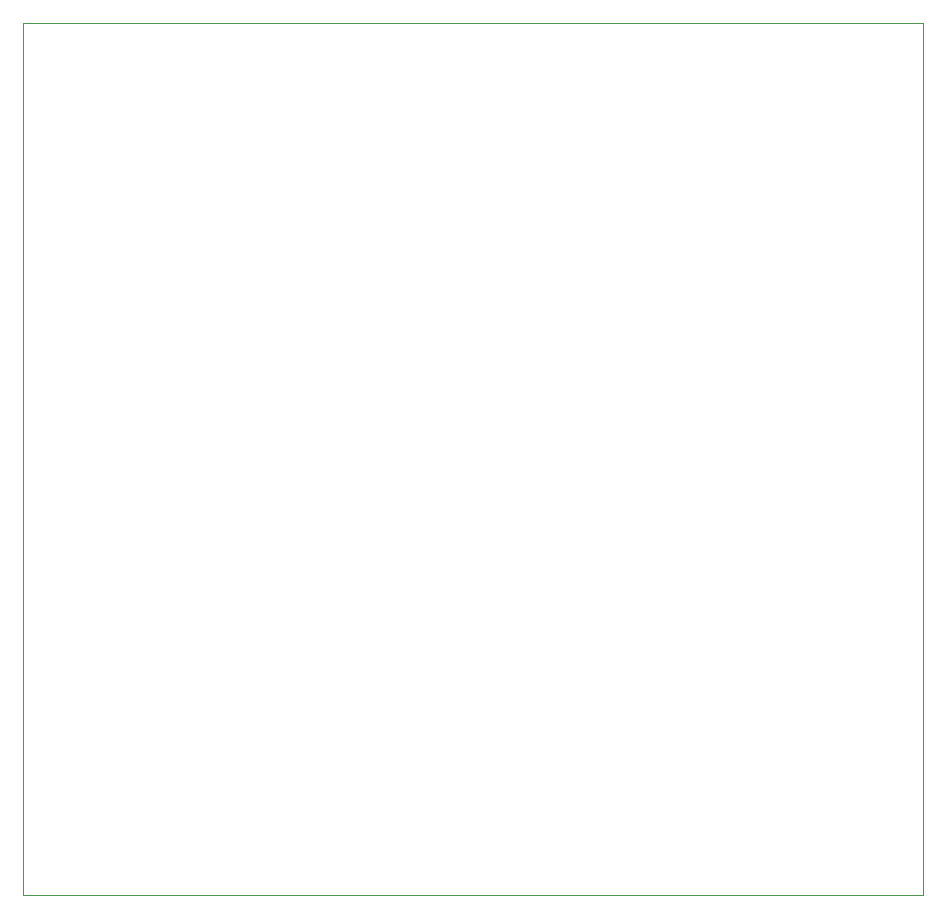
<source format=gbr>
%TF.GenerationSoftware,KiCad,Pcbnew,7.0.7*%
%TF.CreationDate,2024-01-26T20:02:37-03:00*%
%TF.ProjectId,hack_soc_shield,6861636b-5f73-46f6-935f-736869656c64,rev?*%
%TF.SameCoordinates,PX26ed550PY6160b60*%
%TF.FileFunction,Profile,NP*%
%FSLAX46Y46*%
G04 Gerber Fmt 4.6, Leading zero omitted, Abs format (unit mm)*
G04 Created by KiCad (PCBNEW 7.0.7) date 2024-01-26 20:02:37*
%MOMM*%
%LPD*%
G01*
G04 APERTURE LIST*
%TA.AperFunction,Profile*%
%ADD10C,0.100000*%
%TD*%
G04 APERTURE END LIST*
D10*
X0Y73832000D02*
X76200000Y73832000D01*
X76200000Y0D01*
X0Y0D01*
X0Y73832000D01*
M02*

</source>
